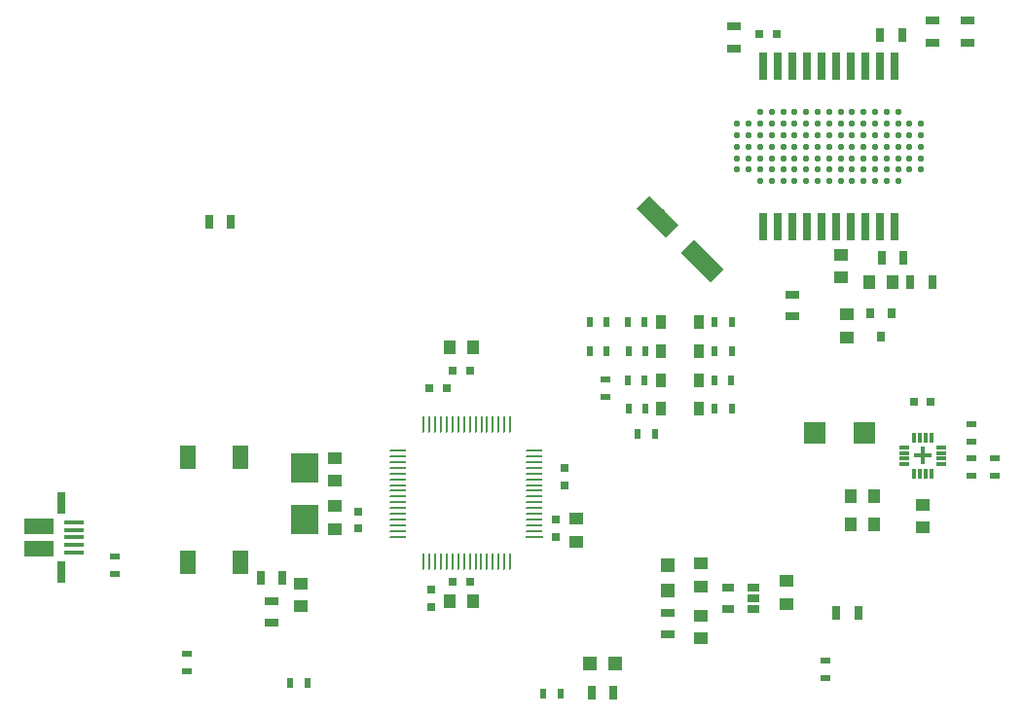
<source format=gtp>
G04 #@! TF.GenerationSoftware,KiCad,Pcbnew,(2017-08-04 revision 7bf9f8e1c)-master*
G04 #@! TF.CreationDate,2019-03-18T20:52:30+01:00*
G04 #@! TF.ProjectId,pcb_ledtorus_controller,7063625F6C6564746F7275735F636F6E,rev?*
G04 #@! TF.SameCoordinates,Original*
G04 #@! TF.FileFunction,Paste,Top*
G04 #@! TF.FilePolarity,Positive*
%FSLAX46Y46*%
G04 Gerber Fmt 4.6, Leading zero omitted, Abs format (unit mm)*
G04 Created by KiCad (PCBNEW (2017-08-04 revision 7bf9f8e1c)-master) date Mon Mar 18 20:52:30 2019*
%MOMM*%
%LPD*%
G01*
G04 APERTURE LIST*
%ADD10C,1.600200*%
%ADD11C,0.100000*%
%ADD12C,0.570000*%
%ADD13R,0.700000X2.400000*%
%ADD14R,1.850000X1.900000*%
%ADD15R,0.701040X1.826260*%
%ADD16R,2.499360X1.424940*%
%ADD17R,1.750060X0.398780*%
%ADD18R,0.450000X1.530000*%
%ADD19R,1.530000X0.450000*%
%ADD20R,0.850000X0.300000*%
%ADD21R,0.300000X0.850000*%
%ADD22R,0.700000X1.300000*%
%ADD23R,0.900000X1.200000*%
%ADD24R,0.500000X0.900000*%
%ADD25R,1.399540X2.100580*%
%ADD26R,1.250000X1.000000*%
%ADD27R,0.750000X0.800000*%
%ADD28R,0.800000X0.750000*%
%ADD29R,1.000000X1.250000*%
%ADD30R,1.200000X1.200000*%
%ADD31R,0.800000X0.900000*%
%ADD32R,0.900000X0.500000*%
%ADD33R,1.300000X0.700000*%
%ADD34R,1.524000X0.248920*%
%ADD35O,1.524000X0.248920*%
%ADD36O,0.248920X1.524000*%
%ADD37R,1.060000X0.650000*%
%ADD38R,2.400000X2.500000*%
G04 APERTURE END LIST*
D10*
X108945123Y-107945123D03*
D11*
G36*
X107106865Y-107238377D02*
X108238377Y-106106865D01*
X110783381Y-108651869D01*
X109651869Y-109783381D01*
X107106865Y-107238377D01*
X107106865Y-107238377D01*
G37*
D10*
X105054877Y-104054877D03*
D11*
G36*
X103216619Y-103348131D02*
X104348131Y-102216619D01*
X106893135Y-104761623D01*
X105761623Y-105893135D01*
X103216619Y-103348131D01*
X103216619Y-103348131D01*
G37*
D12*
X114000000Y-95000000D03*
X115000000Y-95000000D03*
X116000000Y-95000000D03*
X117000000Y-95000000D03*
X118000000Y-95000000D03*
X119000000Y-95000000D03*
X120000000Y-95000000D03*
X121000000Y-95000000D03*
X122000000Y-95000000D03*
X123000000Y-95000000D03*
X124000000Y-95000000D03*
X125000000Y-95000000D03*
X126000000Y-95000000D03*
X112000000Y-96000000D03*
X113000000Y-96000000D03*
X114000000Y-96000000D03*
X115000000Y-96000000D03*
X116000000Y-96000000D03*
X117000000Y-96000000D03*
X118000000Y-96000000D03*
X119000000Y-96000000D03*
X120000000Y-96000000D03*
X121000000Y-96000000D03*
X122000000Y-96000000D03*
X123000000Y-96000000D03*
X124000000Y-96000000D03*
X125000000Y-96000000D03*
X126000000Y-96000000D03*
X127000000Y-96000000D03*
X128000000Y-96000000D03*
X112000000Y-97000000D03*
X113000000Y-97000000D03*
X114000000Y-97000000D03*
X115000000Y-97000000D03*
X116000000Y-97000000D03*
X117000000Y-97000000D03*
X118000000Y-97000000D03*
X119000000Y-97000000D03*
X120000000Y-97000000D03*
X121000000Y-97000000D03*
X122000000Y-97000000D03*
X123000000Y-97000000D03*
X124000000Y-97000000D03*
X125000000Y-97000000D03*
X126000000Y-97000000D03*
X127000000Y-97000000D03*
X128000000Y-97000000D03*
X112000000Y-98000000D03*
X113000000Y-98000000D03*
X114000000Y-98000000D03*
X115000000Y-98000000D03*
X116000000Y-98000000D03*
X117000000Y-98000000D03*
X118000000Y-98000000D03*
X119000000Y-98000000D03*
X120000000Y-98000000D03*
X121000000Y-98000000D03*
X122000000Y-98000000D03*
X123000000Y-98000000D03*
X124000000Y-98000000D03*
X125000000Y-98000000D03*
X126000000Y-98000000D03*
X127000000Y-98000000D03*
X128000000Y-98000000D03*
X112000000Y-99000000D03*
X113000000Y-99000000D03*
X114000000Y-99000000D03*
X115000000Y-99000000D03*
X116000000Y-99000000D03*
X117000000Y-99000000D03*
X118000000Y-99000000D03*
X119000000Y-99000000D03*
X120000000Y-99000000D03*
X121000000Y-99000000D03*
X122000000Y-99000000D03*
X123000000Y-99000000D03*
X124000000Y-99000000D03*
X125000000Y-99000000D03*
X126000000Y-99000000D03*
X127000000Y-99000000D03*
X128000000Y-99000000D03*
X112000000Y-100000000D03*
X113000000Y-100000000D03*
X114000000Y-100000000D03*
X115000000Y-100000000D03*
X116000000Y-100000000D03*
X117000000Y-100000000D03*
X118000000Y-100000000D03*
X119000000Y-100000000D03*
X120000000Y-100000000D03*
X121000000Y-100000000D03*
X122000000Y-100000000D03*
X123000000Y-100000000D03*
X124000000Y-100000000D03*
X125000000Y-100000000D03*
X126000000Y-100000000D03*
X127000000Y-100000000D03*
X128000000Y-100000000D03*
X114000000Y-101000000D03*
X115000000Y-101000000D03*
X116000000Y-101000000D03*
X117000000Y-101000000D03*
X118000000Y-101000000D03*
X119000000Y-101000000D03*
X120000000Y-101000000D03*
X121000000Y-101000000D03*
X122000000Y-101000000D03*
X123000000Y-101000000D03*
X124000000Y-101000000D03*
X125000000Y-101000000D03*
X126000000Y-101000000D03*
D13*
X125715000Y-105000000D03*
X124445000Y-105000000D03*
X123175000Y-105000000D03*
X121905000Y-105000000D03*
X120635000Y-105000000D03*
X119365000Y-105000000D03*
X118095000Y-105000000D03*
X116825000Y-105000000D03*
X115555000Y-105000000D03*
X114285000Y-105000000D03*
X114285000Y-91000000D03*
X115555000Y-91000000D03*
X116825000Y-91000000D03*
X118095000Y-91000000D03*
X119365000Y-91000000D03*
X120635000Y-91000000D03*
X121905000Y-91000000D03*
X123175000Y-91000000D03*
X124445000Y-91000000D03*
X125715000Y-91000000D03*
D14*
X123075000Y-122900000D03*
X118725000Y-122900000D03*
D15*
X53199260Y-134987040D03*
X53199260Y-129012960D03*
D16*
X51251080Y-132962660D03*
X51251080Y-131037340D03*
D17*
X54324480Y-133300480D03*
X54324480Y-132650240D03*
X54324480Y-132000000D03*
X54324480Y-131349760D03*
X54324480Y-130699520D03*
D18*
X128150000Y-124900000D03*
D19*
X128150000Y-124900000D03*
D20*
X126550000Y-125650000D03*
X126550000Y-125150000D03*
X126550000Y-124650000D03*
X126550000Y-124150000D03*
D21*
X127400000Y-123300000D03*
X127900000Y-123300000D03*
X128400000Y-123300000D03*
X128900000Y-123300000D03*
D20*
X129750000Y-124150000D03*
X129750000Y-124650000D03*
X129750000Y-125150000D03*
X129750000Y-125650000D03*
D21*
X128900000Y-126500000D03*
X128400000Y-126500000D03*
X127900000Y-126500000D03*
X127400000Y-126500000D03*
D22*
X120650000Y-138600000D03*
X122550000Y-138600000D03*
D23*
X105350000Y-120800000D03*
X108650000Y-120800000D03*
X108650000Y-118300000D03*
X105350000Y-118300000D03*
X105350000Y-115800000D03*
X108650000Y-115800000D03*
X108650000Y-113300000D03*
X105350000Y-113300000D03*
D24*
X110050000Y-115800000D03*
X111550000Y-115800000D03*
X104050000Y-115800000D03*
X102550000Y-115800000D03*
X99150000Y-115800000D03*
X100650000Y-115800000D03*
D25*
X68750440Y-125050860D03*
X68750440Y-134149140D03*
X64249560Y-125050860D03*
X64249560Y-134149140D03*
D26*
X74000000Y-138000000D03*
X74000000Y-136000000D03*
D27*
X79000000Y-131250000D03*
X79000000Y-129750000D03*
X85400000Y-136550000D03*
X85400000Y-138050000D03*
X96200000Y-130450000D03*
X96200000Y-131950000D03*
X97000000Y-127450000D03*
X97000000Y-125950000D03*
D28*
X86750000Y-119000000D03*
X85250000Y-119000000D03*
D26*
X98000000Y-130400000D03*
X98000000Y-132400000D03*
X77000000Y-131300000D03*
X77000000Y-129300000D03*
X77000000Y-127100000D03*
X77000000Y-125100000D03*
D28*
X88750000Y-135900000D03*
X87250000Y-135900000D03*
X88750000Y-117500000D03*
X87250000Y-117500000D03*
D29*
X87000000Y-137600000D03*
X89000000Y-137600000D03*
X89000000Y-115500000D03*
X87000000Y-115500000D03*
D28*
X113950000Y-88200000D03*
X115450000Y-88200000D03*
D29*
X125500000Y-109800000D03*
X123500000Y-109800000D03*
D26*
X121500000Y-112600000D03*
X121500000Y-114600000D03*
X121000000Y-109400000D03*
X121000000Y-107400000D03*
D28*
X127350000Y-120200000D03*
X128850000Y-120200000D03*
D26*
X128150000Y-129150000D03*
X128150000Y-131150000D03*
D29*
X123900000Y-128400000D03*
X121900000Y-128400000D03*
X121900000Y-130900000D03*
X123900000Y-130900000D03*
D26*
X116300000Y-135800000D03*
X116300000Y-137800000D03*
X108800000Y-138800000D03*
X108800000Y-140800000D03*
X108800000Y-136300000D03*
X108800000Y-134300000D03*
D30*
X106000000Y-134400000D03*
X106000000Y-136600000D03*
X101400000Y-143000000D03*
X99200000Y-143000000D03*
D31*
X125450000Y-112500000D03*
X123550000Y-112500000D03*
X124500000Y-114500000D03*
D32*
X57900000Y-135150000D03*
X57900000Y-133650000D03*
D22*
X72450000Y-135500000D03*
X70550000Y-135500000D03*
D33*
X71500000Y-139450000D03*
X71500000Y-137550000D03*
X106000000Y-138550000D03*
X106000000Y-140450000D03*
D22*
X66050000Y-104500000D03*
X67950000Y-104500000D03*
X99350000Y-145500000D03*
X101250000Y-145500000D03*
D24*
X111550000Y-113300000D03*
X110050000Y-113300000D03*
X102450000Y-113300000D03*
X103950000Y-113300000D03*
X100650000Y-113300000D03*
X99150000Y-113300000D03*
D33*
X116800000Y-112750000D03*
X116800000Y-110850000D03*
X132000000Y-87050000D03*
X132000000Y-88950000D03*
X111700000Y-89450000D03*
X111700000Y-87550000D03*
D22*
X124450000Y-88300000D03*
X126350000Y-88300000D03*
X126450000Y-107700000D03*
X124550000Y-107700000D03*
D24*
X111550000Y-120800000D03*
X110050000Y-120800000D03*
X102550000Y-120800000D03*
X104050000Y-120800000D03*
X104850000Y-123000000D03*
X103350000Y-123000000D03*
X110000000Y-118300000D03*
X111500000Y-118300000D03*
X103950000Y-118300000D03*
X102450000Y-118300000D03*
D32*
X100500000Y-119750000D03*
X100500000Y-118250000D03*
D33*
X129000000Y-88950000D03*
X129000000Y-87050000D03*
D22*
X127050000Y-109800000D03*
X128950000Y-109800000D03*
D32*
X64100000Y-143650000D03*
X64100000Y-142150000D03*
D24*
X74650000Y-144700000D03*
X73150000Y-144700000D03*
X96650000Y-145600000D03*
X95150000Y-145600000D03*
D32*
X119700000Y-144250000D03*
X119700000Y-142750000D03*
X132400000Y-123650000D03*
X132400000Y-122150000D03*
X132400000Y-125150000D03*
X132400000Y-126650000D03*
X134400000Y-126650000D03*
X134400000Y-125150000D03*
D34*
X94369940Y-131949040D03*
D35*
X94369940Y-131448660D03*
X94369940Y-130948280D03*
X94369940Y-130447900D03*
X94369940Y-129947520D03*
X94369940Y-129449680D03*
X94369940Y-128949300D03*
X94369940Y-128448920D03*
X94369940Y-127948540D03*
X94369940Y-127448160D03*
X94369940Y-126947780D03*
X94369940Y-126449940D03*
X94369940Y-125949560D03*
X94369940Y-125449180D03*
X94369940Y-124948800D03*
X94369940Y-124448420D03*
D36*
X92249040Y-122167500D03*
X91748660Y-122167500D03*
X91248280Y-122167500D03*
X90747900Y-122167500D03*
X90247520Y-122167500D03*
X89749680Y-122167500D03*
X89249300Y-122167500D03*
X88748920Y-122167500D03*
X88248540Y-122167500D03*
X87748160Y-122167500D03*
X87247780Y-122167500D03*
X86749940Y-122167500D03*
X86249560Y-122167500D03*
X85749180Y-122167500D03*
X85248800Y-122167500D03*
X84748420Y-122167500D03*
D35*
X82467500Y-124448420D03*
X82467500Y-124948800D03*
X82467500Y-125449180D03*
X82467500Y-125949560D03*
X82467500Y-126449940D03*
X82467500Y-126947780D03*
X82467500Y-127448160D03*
X82467500Y-127948540D03*
X82467500Y-128448920D03*
X82467500Y-128949300D03*
X82467500Y-129449680D03*
X82467500Y-129947520D03*
X82467500Y-130447900D03*
X82467500Y-130948280D03*
X82467500Y-131448660D03*
X82467500Y-131949040D03*
D36*
X84748420Y-134069940D03*
X85248800Y-134069940D03*
X86249560Y-134069940D03*
X85749180Y-134087720D03*
X86749940Y-134069940D03*
X87247780Y-134069940D03*
X87748160Y-134069940D03*
X88248540Y-134069940D03*
X88748920Y-134069940D03*
X89249300Y-134069940D03*
X89742060Y-134069940D03*
X90242440Y-134069940D03*
X90742820Y-134069940D03*
X91243200Y-134069940D03*
X91741040Y-134069940D03*
X92241420Y-134069940D03*
D37*
X113400000Y-138250000D03*
X113400000Y-137300000D03*
X113400000Y-136350000D03*
X111200000Y-136350000D03*
X111200000Y-138250000D03*
D38*
X74400000Y-130450000D03*
X74400000Y-125950000D03*
M02*

</source>
